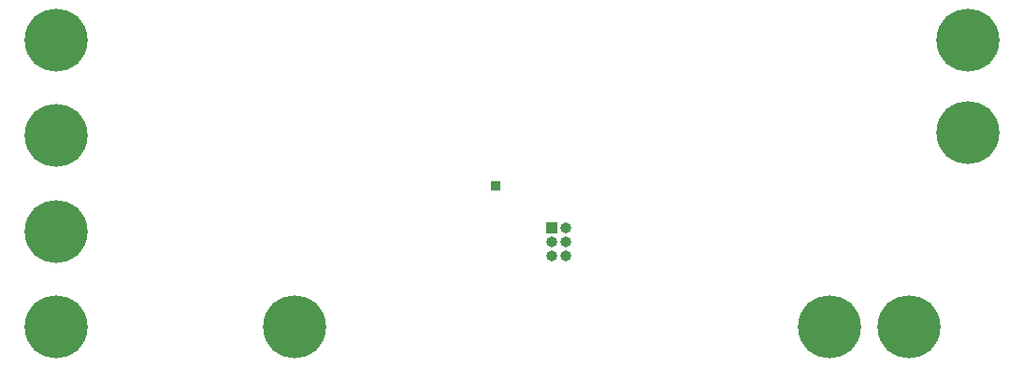
<source format=gbr>
%TF.GenerationSoftware,KiCad,Pcbnew,8.0.1*%
%TF.CreationDate,2024-04-29T22:00:12+02:00*%
%TF.ProjectId,ECU_proj,4543555f-7072-46f6-9a2e-6b696361645f,rev?*%
%TF.SameCoordinates,Original*%
%TF.FileFunction,Soldermask,Bot*%
%TF.FilePolarity,Negative*%
%FSLAX46Y46*%
G04 Gerber Fmt 4.6, Leading zero omitted, Abs format (unit mm)*
G04 Created by KiCad (PCBNEW 8.0.1) date 2024-04-29 22:00:12*
%MOMM*%
%LPD*%
G01*
G04 APERTURE LIST*
%ADD10C,3.600000*%
%ADD11C,5.700000*%
%ADD12R,1.000000X1.000000*%
%ADD13O,1.000000X1.000000*%
%ADD14R,0.850000X0.850000*%
G04 APERTURE END LIST*
D10*
%TO.C,J1*%
X103200000Y-59600000D03*
D11*
X103200000Y-59600000D03*
%TD*%
D10*
%TO.C,J9*%
X185800000Y-68000000D03*
D11*
X185800000Y-68000000D03*
%TD*%
D12*
%TO.C,J10*%
X148130000Y-76660000D03*
D13*
X149400000Y-76660000D03*
X148130000Y-77930000D03*
X149400000Y-77930000D03*
X148130000Y-79200000D03*
X149400000Y-79200000D03*
%TD*%
D10*
%TO.C,J2*%
X103200000Y-68266666D03*
D11*
X103200000Y-68266666D03*
%TD*%
D10*
%TO.C,J5*%
X180400000Y-85600000D03*
D11*
X180400000Y-85600000D03*
%TD*%
D10*
%TO.C,J7*%
X173200000Y-85600000D03*
D11*
X173200000Y-85600000D03*
%TD*%
D10*
%TO.C,J3*%
X103200000Y-76933332D03*
D11*
X103200000Y-76933332D03*
%TD*%
D10*
%TO.C,J4*%
X103200000Y-85600000D03*
D11*
X103200000Y-85600000D03*
%TD*%
D10*
%TO.C,J8*%
X185800000Y-59600000D03*
D11*
X185800000Y-59600000D03*
%TD*%
D14*
%TO.C,J11*%
X143000000Y-72800000D03*
%TD*%
D10*
%TO.C,J6*%
X124812000Y-85600000D03*
D11*
X124812000Y-85600000D03*
%TD*%
M02*

</source>
